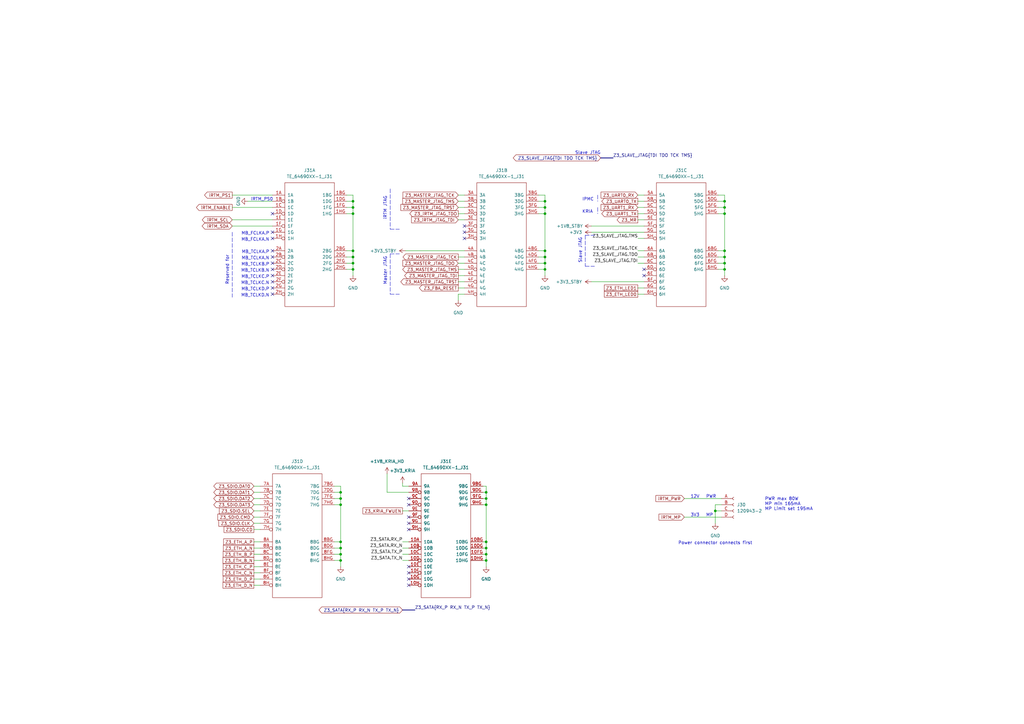
<source format=kicad_sch>
(kicad_sch (version 20211123) (generator eeschema)
  (paper "A3")
  (title_block (title "ATCA Template") (date "2023-01-05") (rev "1.0") (company "Karlsruhe Institute of Technology (KIT)") (comment 1 "Carsten Schmerbeck") (comment 2 "Luis Ardila") (comment 4 "Licensed under CERN-OHL-P v2"))
  (junction (at 199.39 207.01))
  (junction (at 297.18 107.95))
  (junction (at 297.18 87.63))
  (junction (at 139.7 229.87))
  (junction (at 199.39 222.25))
  (junction (at 223.52 107.95))
  (junction (at 139.7 224.79))
  (junction (at 144.78 102.87))
  (junction (at 223.52 85.09))
  (junction (at 199.39 227.33))
  (junction (at 144.78 87.63))
  (junction (at 144.78 107.95))
  (junction (at 144.78 82.55))
  (junction (at 144.78 105.41))
  (junction (at 144.78 85.09))
  (junction (at 223.52 110.49))
  (junction (at 297.18 102.87))
  (junction (at 199.39 224.79))
  (junction (at 297.18 105.41))
  (junction (at 139.7 204.47))
  (junction (at 293.37 209.55))
  (junction (at 139.7 227.33))
  (junction (at 297.18 85.09))
  (junction (at 223.52 105.41))
  (junction (at 199.39 201.93))
  (junction (at 297.18 110.49))
  (junction (at 139.7 201.93))
  (junction (at 139.7 207.01))
  (junction (at 199.39 204.47))
  (junction (at 223.52 87.63))
  (junction (at 144.78 110.49))
  (junction (at 297.18 82.55))
  (junction (at 223.52 82.55))
  (junction (at 199.39 229.87))
  (junction (at 139.7 222.25))
  (junction (at 223.52 102.87))
  (no_connect (at 167.64 204.47))
  (no_connect (at 167.64 207.01))
  (no_connect (at 167.64 240.03))
  (no_connect (at 167.64 237.49))
  (no_connect (at 167.64 232.41))
  (no_connect (at 167.64 234.95))
  (no_connect (at 167.64 217.17))
  (no_connect (at 167.64 214.63))
  (no_connect (at 167.64 212.09))
  (no_connect (at 111.76 95.25))
  (no_connect (at 111.76 97.79))
  (no_connect (at 111.76 118.11))
  (no_connect (at 111.76 120.65))
  (no_connect (at 111.76 105.41))
  (no_connect (at 111.76 102.87))
  (no_connect (at 111.76 107.95))
  (no_connect (at 111.76 110.49))
  (no_connect (at 111.76 113.03))
  (no_connect (at 111.76 115.57))
  (no_connect (at 264.16 110.49))
  (no_connect (at 264.16 113.03))
  (no_connect (at 111.76 87.63))
  (no_connect (at 190.5 95.25))
  (no_connect (at 190.5 92.71))
  (no_connect (at 190.5 97.79))
  (polyline (pts (xy 160.02 93.98) (xy 163.83 93.98)))
  (wire (pts (xy 187.96 110.49) (xy 190.5 110.49)))
  (wire (pts (xy 294.64 82.55) (xy 297.18 82.55)))
  (wire (pts (xy 261.62 97.79) (xy 264.16 97.79)))
  (bus (pts (xy 246.38 64.77) (xy 251.46 64.77)))
  (wire (pts (xy 158.75 201.93) (xy 158.75 194.31)))
  (wire (pts (xy 223.52 80.01) (xy 220.98 80.01)))
  (wire (pts (xy 137.16 224.79) (xy 139.7 224.79)))
  (wire (pts (xy 144.78 113.03) (xy 144.78 110.49)))
  (wire (pts (xy 261.62 118.11) (xy 264.16 118.11)))
  (wire (pts (xy 223.52 85.09) (xy 223.52 82.55)))
  (wire (pts (xy 104.14 234.95) (xy 106.68 234.95)))
  (wire (pts (xy 294.64 87.63) (xy 297.18 87.63)))
  (wire (pts (xy 165.1 222.25) (xy 167.64 222.25)))
  (wire (pts (xy 139.7 207.01) (xy 139.7 204.47)))
  (polyline (pts (xy 160.02 77.47) (xy 160.02 93.98)))
  (wire (pts (xy 104.14 214.63) (xy 106.68 214.63)))
  (wire (pts (xy 139.7 199.39) (xy 137.16 199.39)))
  (wire (pts (xy 187.96 80.01) (xy 190.5 80.01)))
  (wire (pts (xy 187.96 120.65) (xy 190.5 120.65)))
  (wire (pts (xy 187.96 85.09) (xy 190.5 85.09)))
  (wire (pts (xy 142.24 105.41) (xy 144.78 105.41)))
  (wire (pts (xy 104.14 207.01) (xy 106.68 207.01)))
  (wire (pts (xy 297.18 82.55) (xy 297.18 80.01)))
  (polyline (pts (xy 240.03 109.22) (xy 243.84 109.22)))
  (wire (pts (xy 223.52 113.03) (xy 223.52 110.49)))
  (wire (pts (xy 261.62 85.09) (xy 264.16 85.09)))
  (polyline (pts (xy 240.03 96.52) (xy 243.84 96.52)))
  (wire (pts (xy 144.78 85.09) (xy 144.78 82.55)))
  (wire (pts (xy 297.18 87.63) (xy 297.18 85.09)))
  (wire (pts (xy 198.12 204.47) (xy 199.39 204.47)))
  (wire (pts (xy 223.52 102.87) (xy 223.52 87.63)))
  (wire (pts (xy 104.14 209.55) (xy 106.68 209.55)))
  (wire (pts (xy 137.16 207.01) (xy 139.7 207.01)))
  (wire (pts (xy 261.62 102.87) (xy 264.16 102.87)))
  (wire (pts (xy 223.52 110.49) (xy 223.52 107.95)))
  (polyline (pts (xy 160.02 104.14) (xy 160.02 120.65)))
  (wire (pts (xy 198.12 207.01) (xy 199.39 207.01)))
  (wire (pts (xy 104.14 212.09) (xy 106.68 212.09)))
  (wire (pts (xy 167.64 201.93) (xy 158.75 201.93)))
  (wire (pts (xy 223.52 82.55) (xy 223.52 80.01)))
  (wire (pts (xy 142.24 82.55) (xy 144.78 82.55)))
  (wire (pts (xy 167.64 199.39) (xy 165.1 199.39)))
  (wire (pts (xy 137.16 227.33) (xy 139.7 227.33)))
  (wire (pts (xy 280.67 204.47) (xy 295.91 204.47)))
  (wire (pts (xy 144.78 80.01) (xy 142.24 80.01)))
  (wire (pts (xy 198.12 224.79) (xy 199.39 224.79)))
  (wire (pts (xy 242.57 92.71) (xy 264.16 92.71)))
  (wire (pts (xy 95.25 80.01) (xy 111.76 80.01)))
  (wire (pts (xy 187.96 90.17) (xy 190.5 90.17)))
  (wire (pts (xy 104.14 204.47) (xy 106.68 204.47)))
  (wire (pts (xy 139.7 204.47) (xy 139.7 201.93)))
  (wire (pts (xy 187.96 105.41) (xy 190.5 105.41)))
  (wire (pts (xy 220.98 105.41) (xy 223.52 105.41)))
  (wire (pts (xy 165.1 199.39) (xy 165.1 198.12)))
  (wire (pts (xy 144.78 105.41) (xy 144.78 102.87)))
  (wire (pts (xy 165.1 227.33) (xy 167.64 227.33)))
  (wire (pts (xy 104.14 222.25) (xy 106.68 222.25)))
  (wire (pts (xy 139.7 227.33) (xy 139.7 224.79)))
  (polyline (pts (xy 245.11 85.09) (xy 245.11 87.63)))
  (wire (pts (xy 294.64 107.95) (xy 297.18 107.95)))
  (wire (pts (xy 261.62 105.41) (xy 264.16 105.41)))
  (wire (pts (xy 187.96 118.11) (xy 190.5 118.11)))
  (bus (pts (xy 165.1 250.19) (xy 170.18 250.19)))
  (wire (pts (xy 223.52 87.63) (xy 223.52 85.09)))
  (wire (pts (xy 297.18 85.09) (xy 297.18 82.55)))
  (wire (pts (xy 104.14 217.17) (xy 106.68 217.17)))
  (wire (pts (xy 198.12 227.33) (xy 199.39 227.33)))
  (wire (pts (xy 199.39 224.79) (xy 199.39 222.25)))
  (wire (pts (xy 104.14 240.03) (xy 106.68 240.03)))
  (wire (pts (xy 199.39 227.33) (xy 199.39 224.79)))
  (wire (pts (xy 261.62 80.01) (xy 264.16 80.01)))
  (wire (pts (xy 199.39 207.01) (xy 199.39 204.47)))
  (wire (pts (xy 198.12 229.87) (xy 199.39 229.87)))
  (wire (pts (xy 144.78 82.55) (xy 144.78 80.01)))
  (wire (pts (xy 144.78 102.87) (xy 144.78 87.63)))
  (wire (pts (xy 142.24 102.87) (xy 144.78 102.87)))
  (wire (pts (xy 137.16 222.25) (xy 139.7 222.25)))
  (wire (pts (xy 139.7 201.93) (xy 139.7 199.39)))
  (wire (pts (xy 261.62 90.17) (xy 264.16 90.17)))
  (wire (pts (xy 220.98 87.63) (xy 223.52 87.63)))
  (wire (pts (xy 187.96 120.65) (xy 187.96 123.19)))
  (wire (pts (xy 294.64 102.87) (xy 297.18 102.87)))
  (wire (pts (xy 137.16 204.47) (xy 139.7 204.47)))
  (wire (pts (xy 199.39 199.39) (xy 198.12 199.39)))
  (wire (pts (xy 220.98 110.49) (xy 223.52 110.49)))
  (wire (pts (xy 139.7 222.25) (xy 139.7 207.01)))
  (wire (pts (xy 261.62 107.95) (xy 264.16 107.95)))
  (wire (pts (xy 165.1 224.79) (xy 167.64 224.79)))
  (wire (pts (xy 297.18 113.03) (xy 297.18 110.49)))
  (wire (pts (xy 242.57 115.57) (xy 264.16 115.57)))
  (wire (pts (xy 101.6 82.55) (xy 111.76 82.55)))
  (wire (pts (xy 220.98 85.09) (xy 223.52 85.09)))
  (wire (pts (xy 293.37 209.55) (xy 293.37 214.63)))
  (wire (pts (xy 293.37 207.01) (xy 295.91 207.01)))
  (wire (pts (xy 297.18 110.49) (xy 297.18 107.95)))
  (wire (pts (xy 261.62 82.55) (xy 264.16 82.55)))
  (wire (pts (xy 199.39 232.41) (xy 199.39 229.87)))
  (wire (pts (xy 223.52 107.95) (xy 223.52 105.41)))
  (wire (pts (xy 104.14 237.49) (xy 106.68 237.49)))
  (wire (pts (xy 95.25 92.71) (xy 111.76 92.71)))
  (polyline (pts (xy 160.02 120.65) (xy 163.83 120.65)))
  (wire (pts (xy 199.39 222.25) (xy 199.39 207.01)))
  (wire (pts (xy 220.98 107.95) (xy 223.52 107.95)))
  (wire (pts (xy 294.64 110.49) (xy 297.18 110.49)))
  (wire (pts (xy 297.18 102.87) (xy 297.18 87.63)))
  (wire (pts (xy 199.39 229.87) (xy 199.39 227.33)))
  (wire (pts (xy 220.98 82.55) (xy 223.52 82.55)))
  (wire (pts (xy 144.78 87.63) (xy 144.78 85.09)))
  (wire (pts (xy 297.18 107.95) (xy 297.18 105.41)))
  (wire (pts (xy 104.14 232.41) (xy 106.68 232.41)))
  (wire (pts (xy 293.37 209.55) (xy 295.91 209.55)))
  (wire (pts (xy 137.16 229.87) (xy 139.7 229.87)))
  (wire (pts (xy 104.14 224.79) (xy 106.68 224.79)))
  (polyline (pts (xy 245.11 80.01) (xy 245.11 82.55)))
  (wire (pts (xy 199.39 201.93) (xy 199.39 199.39)))
  (wire (pts (xy 165.1 229.87) (xy 167.64 229.87)))
  (wire (pts (xy 199.39 204.47) (xy 199.39 201.93)))
  (wire (pts (xy 139.7 224.79) (xy 139.7 222.25)))
  (wire (pts (xy 187.96 82.55) (xy 190.5 82.55)))
  (wire (pts (xy 166.37 102.87) (xy 190.5 102.87)))
  (wire (pts (xy 198.12 222.25) (xy 199.39 222.25)))
  (wire (pts (xy 297.18 80.01) (xy 294.64 80.01)))
  (wire (pts (xy 104.14 199.39) (xy 106.68 199.39)))
  (wire (pts (xy 142.24 85.09) (xy 144.78 85.09)))
  (polyline (pts (xy 95.25 95.25) (xy 95.25 121.92)))
  (wire (pts (xy 144.78 107.95) (xy 144.78 105.41)))
  (wire (pts (xy 139.7 232.41) (xy 139.7 229.87)))
  (wire (pts (xy 142.24 110.49) (xy 144.78 110.49)))
  (wire (pts (xy 95.25 90.17) (xy 111.76 90.17)))
  (wire (pts (xy 198.12 201.93) (xy 199.39 201.93)))
  (wire (pts (xy 104.14 201.93) (xy 106.68 201.93)))
  (wire (pts (xy 297.18 105.41) (xy 297.18 102.87)))
  (wire (pts (xy 142.24 87.63) (xy 144.78 87.63)))
  (polyline (pts (xy 240.03 96.52) (xy 240.03 109.22)))
  (wire (pts (xy 261.62 120.65) (xy 264.16 120.65)))
  (wire (pts (xy 223.52 105.41) (xy 223.52 102.87)))
  (wire (pts (xy 165.1 209.55) (xy 167.64 209.55)))
  (wire (pts (xy 187.96 115.57) (xy 190.5 115.57)))
  (wire (pts (xy 220.98 102.87) (xy 223.52 102.87)))
  (wire (pts (xy 137.16 201.93) (xy 139.7 201.93)))
  (wire (pts (xy 104.14 229.87) (xy 106.68 229.87)))
  (wire (pts (xy 280.67 212.09) (xy 295.91 212.09)))
  (wire (pts (xy 187.96 107.95) (xy 190.5 107.95)))
  (wire (pts (xy 242.57 95.25) (xy 264.16 95.25)))
  (wire (pts (xy 187.96 113.03) (xy 190.5 113.03)))
  (wire (pts (xy 95.25 85.09) (xy 111.76 85.09)))
  (wire (pts (xy 104.14 227.33) (xy 106.68 227.33)))
  (wire (pts (xy 142.24 107.95) (xy 144.78 107.95)))
  (wire (pts (xy 144.78 110.49) (xy 144.78 107.95)))
  (wire (pts (xy 294.64 85.09) (xy 297.18 85.09)))
  (wire (pts (xy 139.7 229.87) (xy 139.7 227.33)))
  (wire (pts (xy 294.64 105.41) (xy 297.18 105.41)))
  (wire (pts (xy 187.96 87.63) (xy 190.5 87.63)))
  (polyline (pts (xy 160.02 104.14) (xy 163.83 104.14)))
  (wire (pts (xy 293.37 207.01) (xy 293.37 209.55)))
  (wire (pts (xy 261.62 87.63) (xy 264.16 87.63)))
  (text "Reserved for" (at 93.98 116.84 90) (effects (font (size 1.27 1.27)) (justify left bottom)))
  (text "12V" (at 283.21 204.47 0) (effects (font (size 1.27 1.27)) (justify left bottom)))
  (text "MB_TCLKD.N" (at 110.49 121.92 180) (effects (font (size 1.27 1.27)) (justify right bottom)))
  (text "Slave JTAG" (at 238.76 107.95 90) (effects (font (size 1.27 1.27)) (justify left bottom)))
  (text "PWR" (at 289.56 204.47 0) (effects (font (size 1.27 1.27)) (justify left bottom)))
  (text "iRTM JTAG" (at 158.75 90.17 90) (effects (font (size 1.27 1.27)) (justify left bottom)))
  (text "MB_TCLKA.P" (at 110.49 104.14 180) (effects (font (size 1.27 1.27)) (justify right bottom)))
  (text "MB_FCLKA.N" (at 110.49 99.06 180) (effects (font (size 1.27 1.27)) (justify right bottom)))
  (text "MB_TCLKD.P" (at 110.49 119.38 180) (effects (font (size 1.27 1.27)) (justify right bottom)))
  (text "KRIA" (at 238.76 87.63 0) (effects (font (size 1.27 1.27)) (justify left bottom)))
  (text "Slave JTAG" (at 246.38 63.5 180) (effects (font (size 1.27 1.27)) (justify right bottom)))
  (text "MB_TCLKA.N" (at 110.49 106.68 180) (effects (font (size 1.27 1.27)) (justify right bottom)))
  (text "PWR max 80W\nMP min 165mA\nMP Limit set 195mA" (at 313.69 209.55 0) (effects (font (size 1.27 1.27)) (justify left bottom)))
  (text "MB_TCLKC.N" (at 110.49 116.84 180) (effects (font (size 1.27 1.27)) (justify right bottom)))
  (text "MB_FCLKA.P" (at 110.49 96.52 180) (effects (font (size 1.27 1.27)) (justify right bottom)))
  (text "MB_TCLKB.P" (at 110.49 109.22 180) (effects (font (size 1.27 1.27)) (justify right bottom)))
  (text "IPMC" (at 238.76 82.55 0) (effects (font (size 1.27 1.27)) (justify left bottom)))
  (text "MB_TCLKC.P" (at 110.49 114.3 180) (effects (font (size 1.27 1.27)) (justify right bottom)))
  (text "MP" (at 289.56 212.09 0) (effects (font (size 1.27 1.27)) (justify left bottom)))
  (text "3V3" (at 283.2037 212.0667 0) (effects (font (size 1.27 1.27)) (justify left bottom)))
  (text "Power connector connects first\n" (at 278.13 223.52 0) (effects (font (size 1.27 1.27)) (justify left bottom)))
  (text "iRTM_PS0" (at 102.87 82.55 0) (effects (font (size 1.27 1.27)) (justify left bottom)))
  (text "MB_TCLKB.N" (at 110.49 111.76 180) (effects (font (size 1.27 1.27)) (justify right bottom)))
  (text "Master JTAG" (at 158.75 116.84 90) (effects (font (size 1.27 1.27)) (justify left bottom)))
  (label "Z3_SATA.TX_N" (at 165.1 229.87 180))
  (label "Z3_SLAVE_JTAG{TDI TDO TCK TMS}" (at 251.46 64.77 0))
  (label "Z3_SATA.TX_P" (at 165.1 227.33 180))
  (label "Z3_SATA{RX_P RX_N TX_P TX_N}" (at 170.18 250.19 0))
  (label "Z3_SLAVE_JTAG.TMS" (at 261.62 97.79 180))
  (label "Z3_SLAVE_JTAG.TCK" (at 261.62 102.87 180))
  (label "Z3_SLAVE_JTAG.TDI" (at 261.62 107.95 180))
  (label "Z3_SATA.RX_N" (at 165.1 224.79 180))
  (label "Z3_SLAVE_JTAG.TDO" (at 261.62 105.41 180))
  (label "Z3_SATA.RX_P" (at 165.1 222.25 180))
  (global_label "Z3_SDIO.CD" (shape passive) (at 104.14 217.17 180) (property "Intersheet References" "${INTERSHEET_REFS}" (effects hide)))
  (global_label "Z3_ETH_D_N" (shape passive) (at 104.14 240.03 180) (property "Intersheet References" "${INTERSHEET_REFS}" (effects hide)))
  (global_label "Z3_MASTER_JTAG_TCK" (shape output) (at 187.96 105.41 180) (property "Intersheet References" "${INTERSHEET_REFS}" (effects hide)))
  (global_label "Z3_ETH_B_N" (shape passive) (at 104.14 229.87 180) (property "Intersheet References" "${INTERSHEET_REFS}" (effects hide)))
  (global_label "iRTM_SDA" (shape bidirectional) (at 95.25 92.71 180) (property "Intersheet References" "${INTERSHEET_REFS}" (effects hide)))
  (global_label "iRTM_SCL" (shape bidirectional) (at 95.25 90.17 180) (property "Intersheet References" "${INTERSHEET_REFS}" (effects hide)))
  (global_label "Z3_SLAVE_JTAG{TDI TDO TCK TMS}" (shape bidirectional) (at 246.38 64.77 180) (property "Intersheet References" "${INTERSHEET_REFS}" (effects hide)))
  (global_label "Z3_SDIO.CMD" (shape input) (at 104.14 212.09 180) (property "Intersheet References" "${INTERSHEET_REFS}" (effects hide)))
  (global_label "Z3_KRIA_FWUEN" (shape passive) (at 165.1 209.55 180) (property "Intersheet References" "${INTERSHEET_REFS}" (effects hide)))
  (global_label "Z3_MASTER_JTAG_TRST" (shape output) (at 187.96 115.57 180) (property "Intersheet References" "${INTERSHEET_REFS}" (effects hide)))
  (global_label "Z3_MR" (shape output) (at 261.62 90.17 180) (property "Intersheet References" "${INTERSHEET_REFS}" (effects hide)))
  (global_label "Z3_ETH_B_P" (shape passive) (at 104.14 227.33 180) (property "Intersheet References" "${INTERSHEET_REFS}" (effects hide)))
  (global_label "Z3_UART0_RX" (shape input) (at 261.62 80.01 180) (property "Intersheet References" "${INTERSHEET_REFS}" (effects hide)))
  (global_label "Z3_ETH_A_P" (shape passive) (at 104.14 222.25 180) (property "Intersheet References" "${INTERSHEET_REFS}" (effects hide)))
  (global_label "Z3_MASTER_JTAG_TCK" (shape input) (at 187.96 80.01 180) (property "Intersheet References" "${INTERSHEET_REFS}" (effects hide)))
  (global_label "Z3_ETH_LED0" (shape passive) (at 261.62 120.65 180) (property "Intersheet References" "${INTERSHEET_REFS}" (effects hide)))
  (global_label "Z3_FBA_RESET" (shape output) (at 187.96 118.11 180) (property "Intersheet References" "${INTERSHEET_REFS}" (effects hide)))
  (global_label "Z3_ETH_A_N" (shape passive) (at 104.14 224.79 180) (property "Intersheet References" "${INTERSHEET_REFS}" (effects hide)))
  (global_label "iRTM_MP" (shape input) (at 280.67 212.09 180) (property "Intersheet References" "${INTERSHEET_REFS}" (effects hide)))
  (global_label "Z3_UART1_TX" (shape output) (at 261.62 87.63 180) (property "Intersheet References" "${INTERSHEET_REFS}" (effects hide)))
  (global_label "iRTM_ENABLE" (shape output) (at 95.25 85.09 180) (property "Intersheet References" "${INTERSHEET_REFS}" (effects hide)))
  (global_label "Z3_UART1_RX" (shape input) (at 261.62 85.09 180) (property "Intersheet References" "${INTERSHEET_REFS}" (effects hide)))
  (global_label "Z3_UART0_TX" (shape output) (at 261.62 82.55 180) (property "Intersheet References" "${INTERSHEET_REFS}" (effects hide)))
  (global_label "Z3_MASTER_JTAG_TDI" (shape output) (at 187.96 113.03 180) (property "Intersheet References" "${INTERSHEET_REFS}" (effects hide)))
  (global_label "Z3_MASTER_JTAG_TDO" (shape input) (at 187.96 107.95 180) (property "Intersheet References" "${INTERSHEET_REFS}" (effects hide)))
  (global_label "Z3_SDIO.CLK" (shape input) (at 104.14 214.63 180) (property "Intersheet References" "${INTERSHEET_REFS}" (effects hide)))
  (global_label "Z3_MASTER_JTAG_TMS" (shape output) (at 187.96 110.49 180) (property "Intersheet References" "${INTERSHEET_REFS}" (effects hide)))
  (global_label "Z3_ETH_C_P" (shape passive) (at 104.14 232.41 180) (property "Intersheet References" "${INTERSHEET_REFS}" (effects hide)))
  (global_label "Z3_SDIO.DAT3" (shape bidirectional) (at 104.14 207.01 180) (property "Intersheet References" "${INTERSHEET_REFS}" (effects hide)))
  (global_label "Z3_SDIO.SEL" (shape input) (at 104.14 209.55 180) (property "Intersheet References" "${INTERSHEET_REFS}" (effects hide)))
  (global_label "Z3_SDIO.DAT1" (shape bidirectional) (at 104.14 201.93 180) (property "Intersheet References" "${INTERSHEET_REFS}" (effects hide)))
  (global_label "Z3_SDIO.DAT0" (shape bidirectional) (at 104.14 199.39 180) (property "Intersheet References" "${INTERSHEET_REFS}" (effects hide)))
  (global_label "Z3_ETH_D_P" (shape passive) (at 104.14 237.49 180) (property "Intersheet References" "${INTERSHEET_REFS}" (effects hide)))
  (global_label "Z3_iRTM_JTAG_TDO" (shape output) (at 187.96 87.63 180) (property "Intersheet References" "${INTERSHEET_REFS}" (effects hide)))
  (global_label "Z3_ETH_LED1" (shape passive) (at 261.62 118.11 180) (property "Intersheet References" "${INTERSHEET_REFS}" (effects hide)))
  (global_label "Z3_MASTER_JTAG_TMS" (shape input) (at 187.96 82.55 180) (property "Intersheet References" "${INTERSHEET_REFS}" (effects hide)))
  (global_label "Z3_SATA{RX_P RX_N TX_P TX_N}" (shape bidirectional) (at 165.1 250.19 180) (property "Intersheet References" "${INTERSHEET_REFS}" (effects hide)))
  (global_label "Z3_SDIO.DAT2" (shape bidirectional) (at 104.14 204.47 180) (property "Intersheet References" "${INTERSHEET_REFS}" (effects hide)))
  (global_label "iRTM_PS1" (shape output) (at 95.25 80.01 180) (property "Intersheet References" "${INTERSHEET_REFS}" (effects hide)))
  (global_label "Z3_MASTER_JTAG_TRST" (shape input) (at 187.96 85.09 180) (property "Intersheet References" "${INTERSHEET_REFS}" (effects hide)))
  (global_label "Z3_iRTM_JTAG_TDI" (shape input) (at 187.96 90.17 180) (property "Intersheet References" "${INTERSHEET_REFS}" (effects hide)))
  (global_label "iRTM_PWR" (shape input) (at 280.67 204.47 180) (property "Intersheet References" "${INTERSHEET_REFS}" (effects hide)))
  (global_label "Z3_ETH_C_N" (shape passive) (at 104.14 234.95 180) (property "Intersheet References" "${INTERSHEET_REFS}" (effects hide)))
  (symbol (lib_id "power:GND") (at 293.37 214.63 0) (unit 1)
    (property "Reference" "#PWR0687" (effects hide))
    (property "Value" "GND" (at 293.37 219.71 0))
  )
  (symbol (lib_id "power:GND") (at 144.78 113.03 0) (unit 1)
    (property "Reference" "#PWR0684" (effects hide))
    (property "Value" "GND" (at 144.78 118.11 0))
  )
  (symbol (lib_id "KIT_Connector:TE_64690XX-1_J31") (at 127 100.33 0) (unit 1)
    (property "Reference" "J31" (at 127 69.85 0))
    (property "Value" "TE_64690XX-1_J31" (at 127 72.39 0))
    (property "Footprint" "KIT_Connector:TE_6469001-1" (effects hide))
    (property "Datasheet" "https://www.te.com/commerce/DocumentDelivery/DDEController?Action=srchrtrv&DocNm=6469001&DocType=Customer+Drawing&DocLang=English" (effects hide))
    (property "digikey#" "A121106-ND" (effects hide))
    (property "manf" "TE Connectivity" (effects hide))
    (property "manf#" "6469001-1" (effects hide))
    (property "stock" "Serenity: 20" (effects hide))
    (property "mouser#" "571-6469001-1" (effects hide))
  )
  (symbol (lib_id "power:GND") (at 101.6 82.55 270) (unit 1)
    (property "Reference" "#PWR0326" (effects hide))
    (property "Value" "GND" (at 97.79 82.55 0))
  )
  (symbol (lib_id "KIT_Connector:TE_64690XX-1_J31") (at 121.92 219.71 0) (unit 4)
    (property "Reference" "J31" (at 121.92 189.23 0))
    (property "Value" "TE_64690XX-1_J31" (at 121.92 191.77 0))
    (property "Footprint" "KIT_Connector:TE_6469001-1" (effects hide))
    (property "Datasheet" "https://www.te.com/commerce/DocumentDelivery/DDEController?Action=srchrtrv&DocNm=6469001&DocType=Customer+Drawing&DocLang=English" (effects hide))
    (property "digikey#" "A121106-ND" (effects hide))
    (property "manf" "TE Connectivity" (effects hide))
    (property "manf#" "6469001-1" (effects hide))
    (property "stock" "Serenity: 20" (effects hide))
    (property "mouser#" "571-6469001-1" (effects hide))
  )
  (symbol (lib_id "KIT_Power:+1V8_STBY") (at 242.57 92.71 90) (unit 1)
    (property "Reference" "#PWR0463" (effects hide))
    (property "Value" "+1V8_STBY" (at 233.68 92.71 90))
  )
  (symbol (lib_id "power:GND") (at 187.96 123.19 0) (unit 1)
    (property "Reference" "#PWR0290" (effects hide))
    (property "Value" "GND" (at 187.96 128.27 0))
  )
  (symbol (lib_id "power:+3V3") (at 242.57 95.25 90) (unit 1)
    (property "Reference" "#PWR0289" (effects hide))
    (property "Value" "+3V3" (at 238.76 95.2499 90) (effects (justify left)))
  )
  (symbol (lib_id "KIT_Power:+1V8_KRIA_HD") (at 158.75 194.31 0) (unit 1)
    (property "Reference" "#PWR0413" (effects hide))
    (property "Value" "+1V8_KRIA_HD" (at 158.75 189.23 0))
  )
  (symbol (lib_id "power:GND") (at 223.52 113.03 0) (unit 1)
    (property "Reference" "#PWR0685" (effects hide))
    (property "Value" "GND" (at 223.52 118.11 0))
  )
  (symbol (lib_id "KIT_Power:+3V3_KRIA") (at 165.1 198.12 0) (unit 1)
    (property "Reference" "#PWR0696" (effects hide))
    (property "Value" "+3V3_KRIA" (at 165.1 193.04 0))
  )
  (symbol (lib_id "KIT_Connector:120943-2") (at 300.99 207.01 0) (unit 1)
    (property "Reference" "J30" (at 302.26 207.0099 0) (effects (justify left)))
    (property "Value" "120943-2" (at 302.26 209.5499 0) (effects (justify left)))
    (property "Footprint" "KIT_Connector:120943-2" (effects hide))
    (property "Datasheet" "https://www.te.com/commerce/DocumentDelivery/DDEController?Action=showdoc&DocId=Customer+Drawing%7F120943%7FB1%7Fpdf%7FEnglish%7FENG_CD_120943_B1.pdf%7F120943-2" (effects hide))
    (property "digikey#" "120943-2-ND" (effects hide))
    (property "manf" "TE Connectivity" (effects hide))
    (property "manf#" "120943-2" (effects hide))
  )
  (symbol (lib_id "power:GND") (at 297.18 113.03 0) (unit 1)
    (property "Reference" "#PWR0688" (effects hide))
    (property "Value" "GND" (at 297.18 118.11 0))
  )
  (symbol (lib_name "TE_64690XX-1_J31_3") (lib_id "KIT_Connector:TE_64690XX-1_J31") (at 182.88 219.71 0) (unit 5)
    (property "Reference" "J31" (at 182.88 189.23 0))
    (property "Value" "TE_64690XX-1_J31" (at 182.88 191.77 0))
    (property "Footprint" "KIT_Connector:TE_6469001-1" (effects hide))
    (property "Datasheet" "https://www.te.com/commerce/DocumentDelivery/DDEController?Action=srchrtrv&DocNm=6469001&DocType=Customer+Drawing&DocLang=English" (effects hide))
    (property "digikey#" "A121106-ND" (effects hide))
    (property "manf" "TE Connectivity" (effects hide))
    (property "manf#" "6469001-1" (effects hide))
    (property "stock" "Serenity: 20" (effects hide))
    (property "mouser#" "571-6469001-1" (effects hide))
  )
  (symbol (lib_id "KIT_Power:+3V3_STBY") (at 242.57 115.57 90) (unit 1)
    (property "Reference" "#PWR0876" (effects hide))
    (property "Value" "+3V3_STBY" (at 238.76 115.5699 90) (effects (justify left)))
  )
  (symbol (lib_name "TE_64690XX-1_J31_4") (lib_id "KIT_Connector:TE_64690XX-1_J31") (at 205.74 100.33 0) (unit 2)
    (property "Reference" "J31" (at 205.74 69.85 0))
    (property "Value" "TE_64690XX-1_J31" (at 205.74 72.39 0))
    (property "Footprint" "KIT_Connector:TE_6469001-1" (effects hide))
    (property "Datasheet" "https://www.te.com/commerce/DocumentDelivery/DDEController?Action=srchrtrv&DocNm=6469001&DocType=Customer+Drawing&DocLang=English" (effects hide))
    (property "digikey#" "A121106-ND" (effects hide))
    (property "manf" "TE Connectivity" (effects hide))
    (property "manf#" "6469001-1" (effects hide))
    (property "stock" "Serenity: 20" (effects hide))
    (property "mouser#" "571-6469001-1" (effects hide))
  )
  (symbol (lib_name "TE_64690XX-1_J31_2") (lib_id "KIT_Connector:TE_64690XX-1_J31") (at 279.4 100.33 0) (unit 3)
    (property "Reference" "J31" (at 279.4 69.85 0))
    (property "Value" "TE_64690XX-1_J31" (at 279.4 72.39 0))
    (property "Footprint" "KIT_Connector:TE_6469001-1" (effects hide))
    (property "Datasheet" "https://www.te.com/commerce/DocumentDelivery/DDEController?Action=srchrtrv&DocNm=6469001&DocType=Customer+Drawing&DocLang=English" (effects hide))
    (property "digikey#" "A121106-ND" (effects hide))
    (property "manf" "TE Connectivity" (effects hide))
    (property "manf#" "6469001-1" (effects hide))
    (property "stock" "Serenity: 20" (effects hide))
    (property "mouser#" "571-6469001-1" (effects hide))
  )
  (symbol (lib_id "power:GND") (at 199.39 232.41 0) (unit 1)
    (property "Reference" "#PWR0686" (effects hide))
    (property "Value" "GND" (at 199.39 237.49 0))
  )
  (symbol (lib_id "KIT_Power:+3V3_STBY") (at 166.37 102.87 90) (unit 1)
    (property "Reference" "#PWR0710" (effects hide))
    (property "Value" "+3V3_STBY" (at 162.56 102.8699 90) (effects (justify left)))
  )
  (symbol (lib_id "power:GND") (at 139.7 232.41 0) (unit 1)
    (property "Reference" "#PWR0683" (effects hide))
    (property "Value" "GND" (at 139.7 237.49 0))
  )
)
</source>
